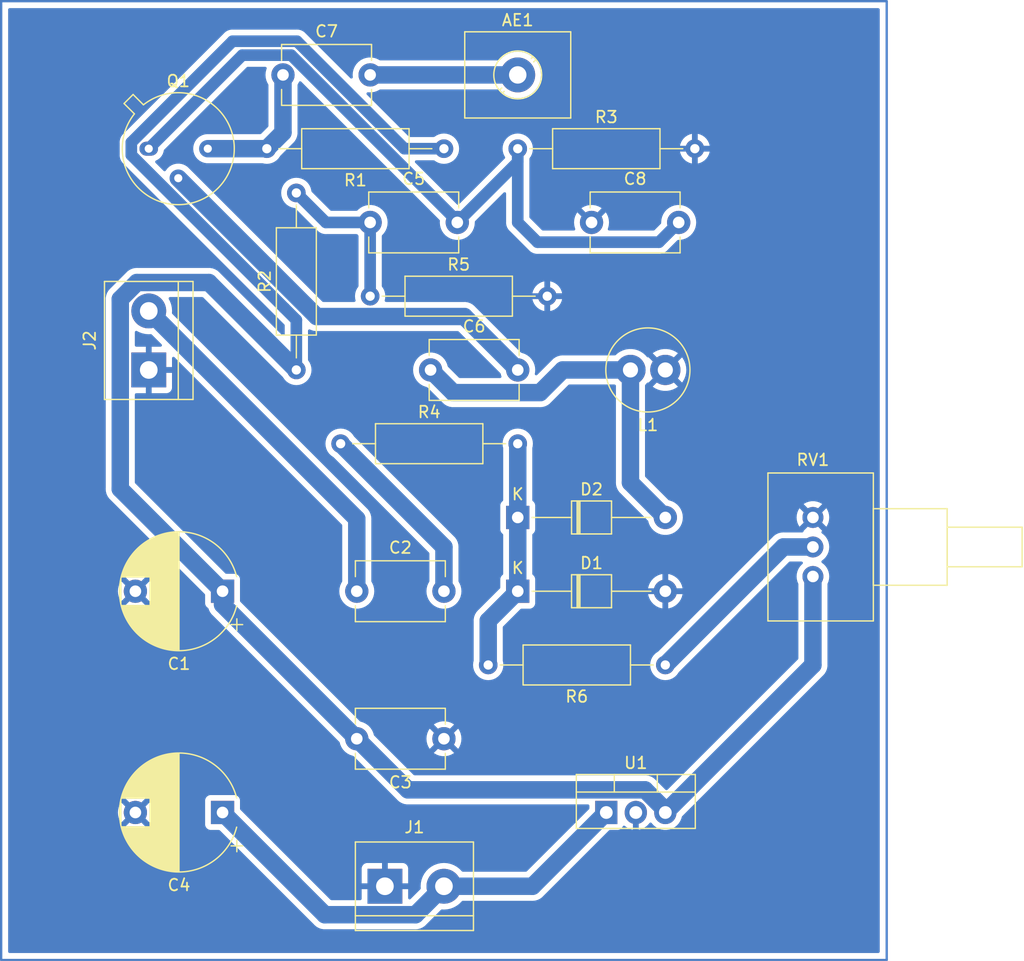
<source format=kicad_pcb>
(kicad_pcb (version 20221018) (generator pcbnew)
  (title_block (title "Fm Modulater Transmitter") (date "10.06.2023") (rev "1.0") (company "Code & More ") (comment 1 "drawn by Muxtar_Safarov"))
  (layers (0 "F.Cu" signal) (31 "B.Cu" signal) (34 "B.Paste" user) (35 "F.Paste" user) (36 "B.SilkS" user "B.Silkscreen") (37 "F.SilkS" user "F.Silkscreen") (38 "B.Mask" user) (39 "F.Mask" user) (44 "Edge.Cuts" user))
  (net 0 "")
  (net 1 "Net-(AE1-A)")
  (net 2 "Net-(U1-VO)")
  (net 3 "Earth")
  (net 4 "Net-(J2-Pin_2)")
  (net 5 "Net-(C2-Pad2)")
  (net 6 "+12V")
  (net 7 "Net-(C5-Pad1)")
  (net 8 "Net-(Q1-E)")
  (net 9 "Net-(D2-A)")
  (net 10 "Net-(Q1-B)")
  (net 11 "Net-(Q1-C)")
  (net 12 "Net-(D1-K)")
  (net 13 "Net-(R6-Pad1)")
  (footprint "Resistor_THT:R_Axial_DIN0309_L9.0mm_D3.2mm_P15.24mm_Horizontal" (layer "F.Cu") (at 105.41 107.95)
    (fp_text reference "R4" (at 7.62 -2.72) (layer "F.SilkS"))
    (fp_text value "100K")
    (pad "1" thru_hole circle (at 0 0) (size 1.6 1.6) (drill 0.8) (layers "*.Cu" "*.Mask") (net 5 "Net-(C2-Pad2)"))
    (pad "2" thru_hole oval (at 15.24 0) (size 1.6 1.6) (drill 0.8) (layers "*.Cu" "*.Mask") (net 12 "Net-(D1-K)"))
  )
  (footprint "Resistor_THT:R_Axial_DIN0309_L9.0mm_D3.2mm_P15.24mm_Horizontal" (layer "F.Cu") (at 107.95 95.25)
    (fp_text reference "R5" (at 7.62 -2.72) (layer "F.SilkS"))
    (fp_text value "6,8K")
    (pad "1" thru_hole circle (at 0 0) (size 1.6 1.6) (drill 0.8) (layers "*.Cu" "*.Mask") (net 7 "Net-(C5-Pad1)"))
    (pad "2" thru_hole oval (at 15.24 0) (size 1.6 1.6) (drill 0.8) (layers "*.Cu" "*.Mask") (net 3 "Earth"))
  )
  (footprint "Resistor_THT:R_Axial_DIN0309_L9.0mm_D3.2mm_P15.24mm_Horizontal" (layer "F.Cu") (at 101.6 101.6 90)
    (fp_text reference "R2" (at 7.62 -2.72 90) (layer "F.SilkS"))
    (fp_text value "18K")
    (pad "1" thru_hole circle (at 0 0 90) (size 1.6 1.6) (drill 0.8) (layers "*.Cu" "*.Mask") (net 2 "Net-(U1-VO)"))
    (pad "2" thru_hole oval (at 15.24 0 90) (size 1.6 1.6) (drill 0.8) (layers "*.Cu" "*.Mask") (net 7 "Net-(C5-Pad1)"))
  )
  (footprint "Capacitor_THT:C_Disc_D7.5mm_W5.0mm_P7.50mm" (layer "F.Cu") (at 113.15 101.6)
    (fp_text reference "C6" (at 3.75 -3.75) (layer "F.SilkS"))
    (fp_text value "15pF")
    (pad "1" thru_hole circle (at 0 0) (size 2 2) (drill 1) (layers "*.Cu" "*.Mask") (net 9 "Net-(D2-A)"))
    (pad "2" thru_hole circle (at 7.5 0) (size 2 2) (drill 1) (layers "*.Cu" "*.Mask") (net 10 "Net-(Q1-B)"))
  )
  (footprint "Capacitor_THT:C_Disc_D7.5mm_W5.0mm_P7.50mm" (layer "F.Cu") (at 114.3 133.35 180)
    (fp_text reference "C3" (at 3.75 -3.75) (layer "F.SilkS"))
    (fp_text value "100nF")
    (pad "1" thru_hole circle (at 0 0 180) (size 2 2) (drill 1) (layers "*.Cu" "*.Mask") (net 3 "Earth"))
    (pad "2" thru_hole circle (at 7.5 0 180) (size 2 2) (drill 1) (layers "*.Cu" "*.Mask") (net 2 "Net-(U1-VO)"))
  )
  (footprint "Resistor_THT:R_Axial_DIN0309_L9.0mm_D3.2mm_P15.24mm_Horizontal" (layer "F.Cu") (at 120.65 82.55)
    (fp_text reference "R3" (at 7.62 -2.72) (layer "F.SilkS"))
    (fp_text value "1K")
    (pad "1" thru_hole circle (at 0 0) (size 1.6 1.6) (drill 0.8) (layers "*.Cu" "*.Mask") (net 8 "Net-(Q1-E)"))
    (pad "2" thru_hole oval (at 15.24 0) (size 1.6 1.6) (drill 0.8) (layers "*.Cu" "*.Mask") (net 3 "Earth"))
  )
  (footprint "TerminalBlock_MetzConnect:TerminalBlock_MetzConnect_360271_1x01_Horizontal_ScrewM3.0_Boxed" (layer "F.Cu") (at 120.65 76.2)
    (fp_text reference "AE1" (at 0 -4.71) (layer "F.SilkS"))
    (fp_text value "Antenna")
    (pad "1" thru_hole circle (at 0 0) (size 3 3) (drill 1.5) (layers "*.Cu" "*.Mask") (net 1 "Net-(AE1-A)"))
  )
  (footprint "Capacitor_THT:CP_Radial_D10.0mm_P7.50mm" (layer "F.Cu") (at 95.25 139.7 180)
    (fp_text reference "C4" (at 3.75 -6.25) (layer "F.SilkS"))
    (fp_text value "100uF")
    (pad "1" thru_hole rect (at 0 0 180) (size 2 2) (drill 1) (layers "*.Cu" "*.Mask") (net 6 "+12V"))
    (pad "2" thru_hole circle (at 7.5 0 180) (size 2 2) (drill 1) (layers "*.Cu" "*.Mask") (net 3 "Earth"))
  )
  (footprint "TerminalBlock:TerminalBlock_bornier-2_P5.08mm" (layer "F.Cu") (at 109.22 146.05)
    (fp_text reference "J1" (at 2.54 -5.08) (layer "F.SilkS"))
    (fp_text value "INPUT")
    (pad "1" thru_hole rect (at 0 0) (size 3 3) (drill 1.52) (layers "*.Cu" "*.Mask") (net 3 "Earth"))
    (pad "2" thru_hole circle (at 5.08 0) (size 3 3) (drill 1.52) (layers "*.Cu" "*.Mask") (net 6 "+12V"))
  )
  (footprint "Diode_THT:D_T-1_P12.70mm_Horizontal" (layer "F.Cu") (at 120.65 114.3)
    (fp_text reference "D2" (at 6.35 -2.42) (layer "F.SilkS"))
    (fp_text value "BB139")
    (fp_text user "K" (at 0 -2) (layer "F.SilkS"))
    (pad "1" thru_hole rect (at 0 0) (size 2 2) (drill 1) (layers "*.Cu" "*.Mask") (net 12 "Net-(D1-K)"))
    (pad "2" thru_hole oval (at 12.7 0) (size 2 2) (drill 1) (layers "*.Cu" "*.Mask") (net 9 "Net-(D2-A)"))
  )
  (footprint "Package_TO_SOT_THT:TO-220-3_Vertical" (layer "F.Cu") (at 128.27 139.7)
    (fp_text reference "U1" (at 2.54 -4.27) (layer "F.SilkS"))
    (fp_text value "LM7809")
    (pad "1" thru_hole rect (at 0 0) (size 1.905 2) (drill 1.1) (layers "*.Cu" "*.Mask") (net 6 "+12V"))
    (pad "2" thru_hole oval (at 2.54 0) (size 1.905 2) (drill 1.1) (layers "*.Cu" "*.Mask") (net 3 "Earth"))
    (pad "3" thru_hole oval (at 5.08 0) (size 1.905 2) (drill 1.1) (layers "*.Cu" "*.Mask") (net 2 "Net-(U1-VO)"))
  )
  (footprint "Inductor_THT:L_Radial_D7.0mm_P3.00mm" (layer "F.Cu") (at 133.35 101.6 180)
    (fp_text reference "L1" (at 1.5 -4.75) (layer "F.SilkS"))
    (fp_text value "470uH")
    (pad "1" thru_hole circle (at 0 0 180) (size 2.6 2.6) (drill 1.3) (layers "*.Cu" "*.Mask") (net 3 "Earth"))
    (pad "2" thru_hole circle (at 3 0 180) (size 2.6 2.6) (drill 1.3) (layers "*.Cu" "*.Mask") (net 9 "Net-(D2-A)"))
  )
  (footprint "Resistor_THT:R_Axial_DIN0309_L9.0mm_D3.2mm_P15.24mm_Horizontal" (layer "F.Cu") (at 133.35 127 180)
    (fp_text reference "R6" (at 7.62 -2.72) (layer "F.SilkS"))
    (fp_text value "56K")
    (pad "1" thru_hole circle (at 0 0 180) (size 1.6 1.6) (drill 0.8) (layers "*.Cu" "*.Mask") (net 13 "Net-(R6-Pad1)"))
    (pad "2" thru_hole oval (at 15.24 0 180) (size 1.6 1.6) (drill 0.8) (layers "*.Cu" "*.Mask") (net 12 "Net-(D1-K)"))
  )
  (footprint "Package_TO_SOT_THT:TO-39-3" (layer "F.Cu") (at 88.9 82.55)
    (fp_text reference "Q1" (at 2.54 -5.82) (layer "F.SilkS"))
    (fp_text value "2N2219")
    (pad "1" thru_hole oval (at 0 0) (size 1.6 1.2) (drill 0.7) (layers "*.Cu" "*.Mask") (net 8 "Net-(Q1-E)"))
    (pad "2" thru_hole oval (at 2.54 2.54) (size 1.2 1.2) (drill 0.7) (layers "*.Cu" "*.Mask") (net 10 "Net-(Q1-B)"))
    (pad "3" thru_hole oval (at 5.08 0) (size 1.2 1.2) (drill 0.7) (layers "*.Cu" "*.Mask") (net 11 "Net-(Q1-C)"))
  )
  (footprint "Capacitor_THT:C_Disc_D7.5mm_W5.0mm_P7.50mm" (layer "F.Cu") (at 100.45 76.2)
    (fp_text reference "C7" (at 3.75 -3.75) (layer "F.SilkS"))
    (fp_text value "10nF")
    (pad "1" thru_hole circle (at 0 0) (size 2 2) (drill 1) (layers "*.Cu" "*.Mask") (net 11 "Net-(Q1-C)"))
    (pad "2" thru_hole circle (at 7.5 0) (size 2 2) (drill 1) (layers "*.Cu" "*.Mask") (net 1 "Net-(AE1-A)"))
  )
  (footprint "Diode_THT:D_T-1_P12.70mm_Horizontal" (layer "F.Cu") (at 120.65 120.65)
    (fp_text reference "D1" (at 6.35 -2.42) (layer "F.SilkS"))
    (fp_text value "BB139")
    (fp_text user "K" (at 0 -2) (layer "F.SilkS"))
    (pad "1" thru_hole rect (at 0 0) (size 2 2) (drill 1) (layers "*.Cu" "*.Mask") (net 12 "Net-(D1-K)"))
    (pad "2" thru_hole oval (at 12.7 0) (size 2 2) (drill 1) (layers "*.Cu" "*.Mask") (net 3 "Earth"))
  )
  (footprint "Capacitor_THT:C_Disc_D7.5mm_W5.0mm_P7.50mm" (layer "F.Cu") (at 127 88.9)
    (fp_text reference "C8" (at 3.75 -3.75) (layer "F.SilkS"))
    (fp_text value "22pF")
    (pad "1" thru_hole circle (at 0 0) (size 2 2) (drill 1) (layers "*.Cu" "*.Mask") (net 3 "Earth"))
    (pad "2" thru_hole circle (at 7.5 0) (size 2 2) (drill 1) (layers "*.Cu" "*.Mask") (net 8 "Net-(Q1-E)"))
  )
  (footprint "TerminalBlock:TerminalBlock_bornier-2_P5.08mm" (layer "F.Cu") (at 88.9 101.6 90)
    (fp_text reference "J2" (at 2.54 -5.08 90) (layer "F.SilkS"))
    (fp_text value "Music Input")
    (pad "1" thru_hole rect (at 0 0 90) (size 3 3) (drill 1.52) (layers "*.Cu" "*.Mask") (net 3 "Earth"))
    (pad "2" thru_hole circle (at 5.08 0 90) (size 3 3) (drill 1.52) (layers "*.Cu" "*.Mask") (net 4 "Net-(J2-Pin_2)"))
  )
  (footprint "Capacitor_THT:C_Disc_D7.5mm_W5.0mm_P7.50mm" (layer "F.Cu") (at 107.95 88.9)
    (fp_text reference "C5" (at 3.75 -3.75) (layer "F.SilkS"))
    (fp_text value "33pF")
    (pad "1" thru_hole circle (at 0 0) (size 2 2) (drill 1) (layers "*.Cu" "*.Mask") (net 7 "Net-(C5-Pad1)"))
    (pad "2" thru_hole circle (at 7.5 0) (size 2 2) (drill 1) (layers "*.Cu" "*.Mask") (net 8 "Net-(Q1-E)"))
  )
  (footprint "Resistor_THT:R_Axial_DIN0309_L9.0mm_D3.2mm_P15.24mm_Horizontal" (layer "F.Cu") (at 114.3 82.55 180)
    (fp_text reference "R1" (at 7.62 -2.72) (layer "F.SilkS"))
    (fp_text value "330R")
    (pad "1" thru_hole circle (at 0 0 180) (size 1.6 1.6) (drill 0.8) (layers "*.Cu" "*.Mask") (net 2 "Net-(U1-VO)"))
    (pad "2" thru_hole oval (at 15.24 0 180) (size 1.6 1.6) (drill 0.8) (layers "*.Cu" "*.Mask") (net 11 "Net-(Q1-C)"))
  )
  (footprint "Potentiometer_THT:Potentiometer_Vishay_148-149_Single_Horizontal" (layer "F.Cu") (at 146.05 119.38)
    (fp_text reference "RV1" (at 0 -10.04) (layer "F.SilkS"))
    (fp_text value "10K")
    (pad "1" thru_hole circle (at 0 0) (size 1.8 1.8) (drill 1) (layers "*.Cu" "*.Mask") (net 2 "Net-(U1-VO)"))
    (pad "2" thru_hole circle (at 0 -2.54) (size 1.8 1.8) (drill 1) (layers "*.Cu" "*.Mask") (net 13 "Net-(R6-Pad1)"))
    (pad "3" thru_hole circle (at 0 -5.08) (size 1.8 1.8) (drill 1) (layers "*.Cu" "*.Mask") (net 3 "Earth"))
  )
  (footprint "Capacitor_THT:C_Disc_D7.5mm_W5.0mm_P7.50mm" (layer "F.Cu") (at 106.8 120.65)
    (fp_text reference "C2" (at 3.75 -3.75) (layer "F.SilkS"))
    (fp_text value "100nF")
    (pad "1" thru_hole circle (at 0 0) (size 2 2) (drill 1) (layers "*.Cu" "*.Mask") (net 4 "Net-(J2-Pin_2)"))
    (pad "2" thru_hole circle (at 7.5 0) (size 2 2) (drill 1) (layers "*.Cu" "*.Mask") (net 5 "Net-(C2-Pad2)"))
  )
  (footprint "Capacitor_THT:CP_Radial_D10.0mm_P7.50mm" (layer "F.Cu") (at 95.25 120.65 180)
    (fp_text reference "C1" (at 3.75 -6.25) (layer "F.SilkS"))
    (fp_text value "100uF")
    (pad "1" thru_hole rect (at 0 0 180) (size 2 2) (drill 1) (layers "*.Cu" "*.Mask") (net 2 "Net-(U1-VO)"))
    (pad "2" thru_hole circle (at 7.5 0 180) (size 2 2) (drill 1) (layers "*.Cu" "*.Mask") (net 3 "Earth"))
  )
  (gr_rect (start 76.2 69.85) (end 152.4 152.4) (stroke (width 0.2)) (fill none) (layer "B.Cu"))
  (segment (start 107.95 76.2) (end 120.65 76.2) (width 1.5) (layer "B.Cu") (net 1))
  (segment (start 87.4 83.10061) (end 100.574695 96.275305) (width 1) (layer "B.Cu") (net 2))
  (segment (start 131.598041 137.75) (end 111.2 137.75) (width 1.5) (layer "B.Cu") (net 2))
  (segment (start 146.05 119.38) (end 146.05 127) (width 1.5) (layer "B.Cu") (net 2))
  (segment (start 87.885176 94.07) (end 86.45 95.505176) (width 1.5) (layer "B.Cu") (net 2))
  (segment (start 146.05 127) (end 133.35 139.7) (width 1.5) (layer "B.Cu") (net 2))
  (segment (start 110.90122 82.55) (end 101.65122 73.3) (width 1) (layer "B.Cu") (net 2))
  (segment (start 111.2 137.75) (end 106.8 133.35) (width 1.5) (layer "B.Cu") (net 2))
  (segment (start 86.45 95.505176) (end 86.45 111.85) (width 1.5) (layer "B.Cu") (net 2))
  (segment (start 95.25 121.8) (end 95.25 120.65) (width 1.5) (layer "B.Cu") (net 2))
  (segment (start 101.6 101.6) (end 94.07 94.07) (width 1.5) (layer "B.Cu") (net 2))
  (segment (start 106.8 133.35) (end 95.25 121.8) (width 1.5) (layer "B.Cu") (net 2))
  (segment (start 87.4 82.011522) (end 87.4 83.10061) (width 1) (layer "B.Cu") (net 2))
  (segment (start 133.35 139.501959) (end 131.598041 137.75) (width 1.5) (layer "B.Cu") (net 2))
  (segment (start 101.65122 73.3) (end 96.111522 73.3) (width 1) (layer "B.Cu") (net 2))
  (segment (start 94.07 94.07) (end 87.885176 94.07) (width 1.5) (layer "B.Cu") (net 2))
  (segment (start 101.6 97.30061) (end 101.6 101.6) (width 1) (layer "B.Cu") (net 2))
  (segment (start 86.45 111.85) (end 95.25 120.65) (width 1.5) (layer "B.Cu") (net 2))
  (segment (start 114.3 82.55) (end 110.90122 82.55) (width 1) (layer "B.Cu") (net 2))
  (segment (start 133.35 139.7) (end 133.35 139.501959) (width 1.5) (layer "B.Cu") (net 2))
  (segment (start 100.574695 96.275305) (end 101.6 97.30061) (width 1) (layer "B.Cu") (net 2))
  (segment (start 96.111522 73.3) (end 87.4 82.011522) (width 1) (layer "B.Cu") (net 2))
  (segment (start 106.8 114.42) (end 88.9 96.52) (width 1.5) (layer "B.Cu") (net 4))
  (segment (start 106.8 120.65) (end 106.8 114.42) (width 1.5) (layer "B.Cu") (net 4))
  (segment (start 114.3 120.65) (end 114.3 116.84) (width 1.5) (layer "B.Cu") (net 5))
  (segment (start 114.3 116.84) (end 105.41 107.95) (width 1.5) (layer "B.Cu") (net 5))
  (segment (start 121.92 146.05) (end 128.27 139.7) (width 1.5) (layer "B.Cu") (net 6))
  (segment (start 114.3 146.05) (end 121.92 146.05) (width 1.5) (layer "B.Cu") (net 6))
  (segment (start 114.3 146.05) (end 111.85 148.5) (width 1.5) (layer "B.Cu") (net 6))
  (segment (start 104.05 148.5) (end 95.25 139.7) (width 1.5) (layer "B.Cu") (net 6))
  (segment (start 111.85 148.5) (end 104.05 148.5) (width 1.5) (layer "B.Cu") (net 6))
  (segment (start 107.95 95.25) (end 107.95 88.9) (width 1) (layer "B.Cu") (net 7))
  (segment (start 104.14 88.9) (end 101.6 86.36) (width 1) (layer "B.Cu") (net 7))
  (segment (start 107.95 88.9) (end 104.14 88.9) (width 1) (layer "B.Cu") (net 7))
  (segment (start 122.35 90.6) (end 120.65 88.9) (width 1) (layer "B.Cu") (net 8))
  (segment (start 96.95 74.5) (end 101.154164 74.5) (width 1) (layer "B.Cu") (net 8))
  (segment (start 120.65 83.7) (end 115.45 88.9) (width 1) (layer "B.Cu") (net 8))
  (segment (start 101.154164 74.5) (end 115.45 88.795836) (width 1) (layer "B.Cu") (net 8))
  (segment (start 115.45 88.795836) (end 115.45 88.9) (width 1) (layer "B.Cu") (net 8))
  (segment (start 120.65 82.55) (end 120.65 83.7) (width 1) (layer "B.Cu") (net 8))
  (segment (start 132.8 90.6) (end 122.35 90.6) (width 1) (layer "B.Cu") (net 8))
  (segment (start 88.9 82.55) (end 96.95 74.5) (width 1) (layer "B.Cu") (net 8))
  (segment (start 134.5 88.9) (end 132.8 90.6) (width 1) (layer "B.Cu") (net 8))
  (segment (start 120.65 88.9) (end 120.65 82.55) (width 1) (layer "B.Cu") (net 8))
  (segment (start 130.35 111.3) (end 133.35 114.3) (width 1.5) (layer "B.Cu") (net 9))
  (segment (start 122.575126 103.55) (end 115.1 103.55) (width 1.5) (layer "B.Cu") (net 9))
  (segment (start 124.525126 101.6) (end 122.575126 103.55) (width 1.5) (layer "B.Cu") (net 9))
  (segment (start 130.35 101.6) (end 130.35 111.3) (width 1.5) (layer "B.Cu") (net 9))
  (segment (start 115.1 103.55) (end 113.15 101.6) (width 1.5) (layer "B.Cu") (net 9))
  (segment (start 130.35 101.6) (end 124.525126 101.6) (width 1.5) (layer "B.Cu") (net 9))
  (segment (start 103.35 97) (end 91.44 85.09) (width 1.5) (layer "B.Cu") (net 10))
  (segment (start 120.65 101.6) (end 116.05 97) (width 1.5) (layer "B.Cu") (net 10))
  (segment (start 116.05 97) (end 103.35 97) (width 1.5) (layer "B.Cu") (net 10))
  (segment (start 99.06 82.55) (end 93.98 82.55) (width 1.5) (layer "B.Cu") (net 11))
  (segment (start 100.45 76.2) (end 100.45 81.16) (width 1.5) (layer "B.Cu") (net 11))
  (segment (start 100.45 81.16) (end 99.06 82.55) (width 1.5) (layer "B.Cu") (net 11))
  (segment (start 120.65 107.95) (end 120.65 114.3) (width 1.5) (layer "B.Cu") (net 12))
  (segment (start 120.65 120.65) (end 120.65 114.3) (width 1.5) (layer "B.Cu") (net 12))
  (segment (start 118.11 123.19) (end 120.65 120.65) (width 1.5) (layer "B.Cu") (net 12))
  (segment (start 118.11 127) (end 118.11 123.19) (width 1.5) (layer "B.Cu") (net 12))
  (segment (start 143.51 116.84) (end 146.05 116.84) (width 1.5) (layer "B.Cu") (net 13))
  (segment (start 133.35 127) (end 143.51 116.84) (width 1.5) (layer "B.Cu") (net 13))
  (zone (net 3) (net_name "Earth") (layer "B.Cu") (connect_pads (clearance 0.5)) (min_thickness 0.25) (fill yes (thermal_gap 0.5) (thermal_bridge_width 0.5))
    (polygon (pts (xy 76.2 69.85) (xy 76.2 152.4) (xy 152.4 152.4) (xy 152.4 69.85)))
  )
)
</source>
